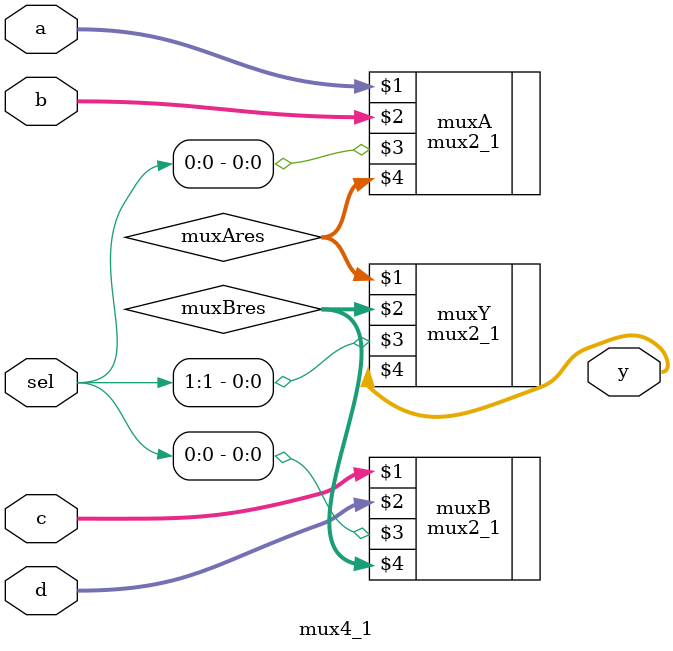
<source format=sv>
module mux4_1
	#( parameter N = 4 )
	 ( input logic [N-1:0] a, b, c, d,
		input logic [1:0]   sel,
	  output logic [N-1:0] y );
	
	logic [N-1:0] muxAres;
	logic [N-1:0] muxBres;
	
	mux2_1 #(N) muxA(a,b,sel[0],muxAres);
	mux2_1 #(N) muxB(c,d,sel[0],muxBres);
	mux2_1 #(N) muxY(muxAres,muxBres,sel[1],y);
endmodule

</source>
